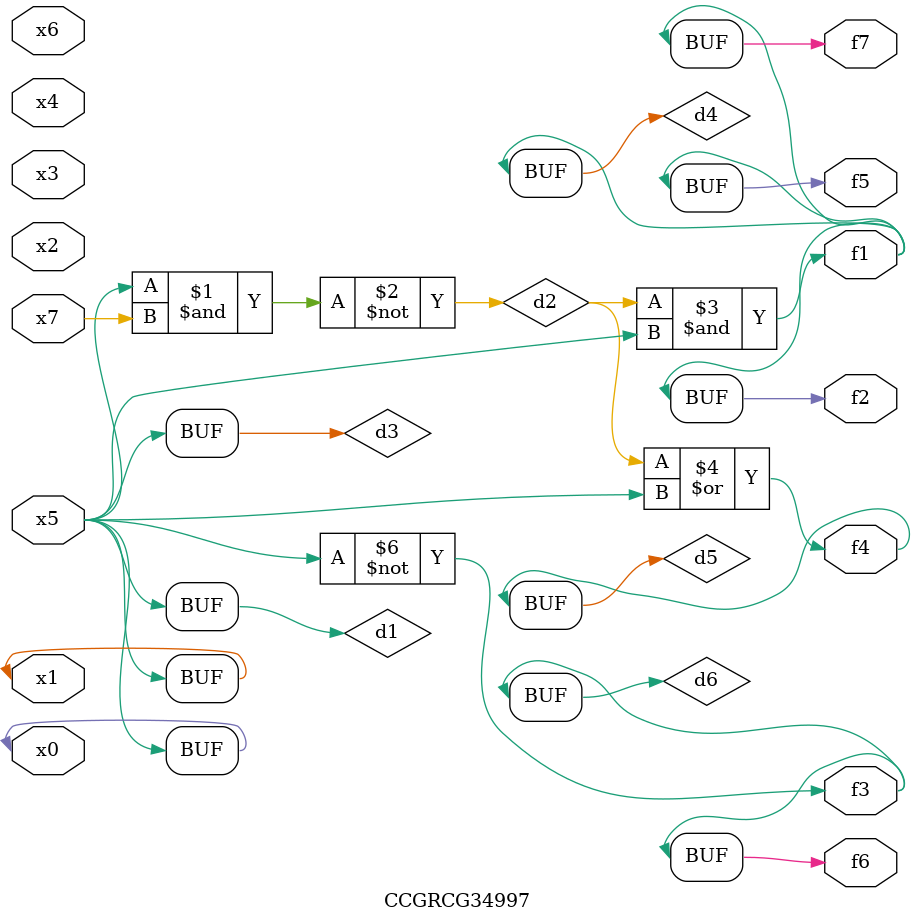
<source format=v>
module CCGRCG34997(
	input x0, x1, x2, x3, x4, x5, x6, x7,
	output f1, f2, f3, f4, f5, f6, f7
);

	wire d1, d2, d3, d4, d5, d6;

	buf (d1, x0, x5);
	nand (d2, x5, x7);
	buf (d3, x0, x1);
	and (d4, d2, d3);
	or (d5, d2, d3);
	nor (d6, d1, d3);
	assign f1 = d4;
	assign f2 = d4;
	assign f3 = d6;
	assign f4 = d5;
	assign f5 = d4;
	assign f6 = d6;
	assign f7 = d4;
endmodule

</source>
